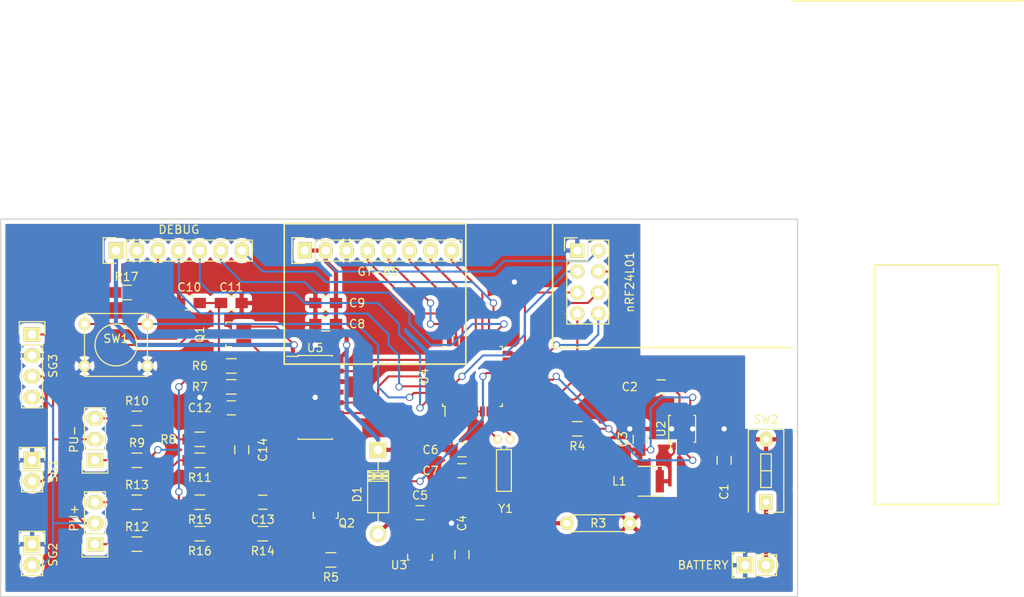
<source format=kicad_pcb>
(kicad_pcb (version 4) (host pcbnew 4.0.2+dfsg1-stable)
  (layers (0 F.Cu signal) (31 B.Cu signal hide) (34 B.Paste user) (35 F.Paste user) (36 B.SilkS user) (37 F.SilkS user) (38 B.Mask user) (39 F.Mask user) (44 Edge.Cuts user))
  (net 0 "")
  (net 1 /Vbat)
  (net 2 GND)
  (net 3 "Net-(C2-Pad1)")
  (net 4 "Net-(C5-Pad1)")
  (net 5 +3V3)
  (net 6 /E+)
  (net 7 "Net-(C12-Pad1)")
  (net 8 "Net-(C13-Pad1)")
  (net 9 "Net-(C13-Pad2)")
  (net 10 "Net-(C14-Pad1)")
  (net 11 "Net-(C14-Pad2)")
  (net 12 "Net-(JP1-Pad1)")
  (net 13 /IN-)
  (net 14 "Net-(JP1-Pad3)")
  (net 15 "Net-(JP2-Pad1)")
  (net 16 /IN+)
  (net 17 "Net-(JP2-Pad3)")
  (net 18 "Net-(P1-Pad2)")
  (net 19 /SWD_RESET)
  (net 20 /SWD_CLK)
  (net 21 /SWD_DIO)
  (net 22 /UART_RX)
  (net 23 /UART_TX)
  (net 24 "Net-(Q1-Pad1)")
  (net 25 /BAT_EN)
  (net 26 "Net-(Q2-Pad3)")
  (net 27 /RUN)
  (net 28 "Net-(R6-Pad2)")
  (net 29 /RF_CE)
  (net 30 /RF_CS)
  (net 31 /SCK)
  (net 32 /MOSI)
  (net 33 /MISO)
  (net 34 /RF_IRQ)
  (net 35 /HX_RATE)
  (net 36 "Net-(U4-Pad7)")
  (net 37 "Net-(U4-Pad8)")
  (net 38 "Net-(U4-Pad11)")
  (net 39 /INT_G)
  (net 40 /INT_A)
  (net 41 "Net-(U4-Pad21)")
  (net 42 /INT_M)
  (net 43 /SCL)
  (net 44 /SDA)
  (net 45 "Net-(U4-Pad25)")
  (net 46 /HX_DATA)
  (net 47 "Net-(U4-Pad27)")
  (net 48 "Net-(U4-Pad28)")
  (net 49 /HX_SCK)
  (net 50 "Net-(U5-Pad13)")
  (net 51 /Vbuck)
  (net 52 /SW)
  (module Capacitors_SMD:C_0805_HandSoldering (layer F.Cu) (at 191.77 120.65 90)
    (fp_text reference C1 (at -3.81 0 90) (layer F.SilkS))
    (fp_text value 22uF)
    (pad 1 smd rect (at -1.25 0 90) (size 1.5 1.25) (layers F.Cu F.Paste F.Mask) (net 1 /Vbat))
    (pad 2 smd rect (at 1.25 0 90) (size 1.5 1.25) (layers F.Cu F.Paste F.Mask) (net 2 GND))
  )
  (module Capacitors_SMD:C_0805_HandSoldering (layer F.Cu) (at 184.15 111.76 180)
    (fp_text reference C2 (at 3.81 0 180) (layer F.SilkS))
    (fp_text value 1uF)
    (pad 1 smd rect (at -1.25 0 180) (size 1.5 1.25) (layers F.Cu F.Paste F.Mask) (net 3 "Net-(C2-Pad1)"))
    (pad 2 smd rect (at 1.25 0 180) (size 1.5 1.25) (layers F.Cu F.Paste F.Mask) (net 2 GND))
  )
  (module Capacitors_SMD:C_0805_HandSoldering (layer F.Cu) (at 181.61 118.11 90)
    (fp_text reference C3 (at 0 -2.1 90) (layer F.SilkS))
    (fp_text value 22uF)
    (pad 1 smd rect (at -1.25 0 90) (size 1.5 1.25) (layers F.Cu F.Paste F.Mask) (net 51 /Vbuck))
    (pad 2 smd rect (at 1.25 0 90) (size 1.5 1.25) (layers F.Cu F.Paste F.Mask) (net 2 GND))
  )
  (module Capacitors_SMD:C_0805_HandSoldering (layer F.Cu) (at 160.02 132.08 90)
    (fp_text reference C4 (at 3.81 0 90) (layer F.SilkS))
    (fp_text value 1uF)
    (pad 1 smd rect (at -1.25 0 90) (size 1.5 1.25) (layers F.Cu F.Paste F.Mask) (net 1 /Vbat))
    (pad 2 smd rect (at 1.25 0 90) (size 1.5 1.25) (layers F.Cu F.Paste F.Mask) (net 2 GND))
  )
  (module Capacitors_SMD:C_0805_HandSoldering (layer F.Cu) (at 154.94 127)
    (fp_text reference C5 (at 0 -2.1) (layer F.SilkS))
    (fp_text value 1uF)
    (pad 1 smd rect (at -1.25 0) (size 1.5 1.25) (layers F.Cu F.Paste F.Mask) (net 4 "Net-(C5-Pad1)"))
    (pad 2 smd rect (at 1.25 0) (size 1.5 1.25) (layers F.Cu F.Paste F.Mask) (net 2 GND))
  )
  (module Capacitors_SMD:C_0805_HandSoldering (layer F.Cu) (at 160.02 119.38)
    (fp_text reference C6 (at -3.81 0) (layer F.SilkS))
    (fp_text value 0.1uF)
    (pad 1 smd rect (at -1.25 0) (size 1.5 1.25) (layers F.Cu F.Paste F.Mask) (net 5 +3V3))
    (pad 2 smd rect (at 1.25 0) (size 1.5 1.25) (layers F.Cu F.Paste F.Mask) (net 2 GND))
  )
  (module Capacitors_SMD:C_0805_HandSoldering (layer F.Cu) (at 160.02 121.92)
    (fp_text reference C7 (at -3.81 0) (layer F.SilkS))
    (fp_text value 10uF)
    (pad 1 smd rect (at -1.25 0) (size 1.5 1.25) (layers F.Cu F.Paste F.Mask) (net 5 +3V3))
    (pad 2 smd rect (at 1.25 0) (size 1.5 1.25) (layers F.Cu F.Paste F.Mask) (net 2 GND))
  )
  (module Capacitors_SMD:C_0805_HandSoldering (layer F.Cu) (at 143.51 104.14 180)
    (fp_text reference C8 (at -3.81 0 180) (layer F.SilkS))
    (fp_text value 0.1uF)
    (pad 1 smd rect (at -1.25 0 180) (size 1.5 1.25) (layers F.Cu F.Paste F.Mask) (net 5 +3V3))
    (pad 2 smd rect (at 1.25 0 180) (size 1.5 1.25) (layers F.Cu F.Paste F.Mask) (net 2 GND))
  )
  (module Capacitors_SMD:C_0805_HandSoldering (layer F.Cu) (at 143.51 101.6 180)
    (fp_text reference C9 (at -3.81 0 180) (layer F.SilkS))
    (fp_text value 10uF)
    (pad 1 smd rect (at -1.25 0 180) (size 1.5 1.25) (layers F.Cu F.Paste F.Mask) (net 5 +3V3))
    (pad 2 smd rect (at 1.25 0 180) (size 1.5 1.25) (layers F.Cu F.Paste F.Mask) (net 2 GND))
  )
  (module Capacitors_SMD:C_0805_HandSoldering (layer F.Cu) (at 127 101.6 180)
    (fp_text reference C10 (at 0 1.905 180) (layer F.SilkS))
    (fp_text value 0.1uF)
    (pad 1 smd rect (at -1.25 0 180) (size 1.5 1.25) (layers F.Cu F.Paste F.Mask) (net 6 /E+))
    (pad 2 smd rect (at 1.25 0 180) (size 1.5 1.25) (layers F.Cu F.Paste F.Mask) (net 2 GND))
  )
  (module Capacitors_SMD:C_0805_HandSoldering (layer F.Cu) (at 132.08 101.6)
    (fp_text reference C11 (at 0 -1.905) (layer F.SilkS))
    (fp_text value 10uF)
    (pad 1 smd rect (at -1.25 0) (size 1.5 1.25) (layers F.Cu F.Paste F.Mask) (net 6 /E+))
    (pad 2 smd rect (at 1.25 0) (size 1.5 1.25) (layers F.Cu F.Paste F.Mask) (net 2 GND))
  )
  (module Capacitors_SMD:C_0805_HandSoldering (layer F.Cu) (at 132.08 114.3 180)
    (fp_text reference C12 (at 3.81 0 180) (layer F.SilkS))
    (fp_text value 0.1uF)
    (pad 1 smd rect (at -1.25 0 180) (size 1.5 1.25) (layers F.Cu F.Paste F.Mask) (net 7 "Net-(C12-Pad1)"))
    (pad 2 smd rect (at 1.25 0 180) (size 1.5 1.25) (layers F.Cu F.Paste F.Mask) (net 2 GND))
  )
  (module Capacitors_SMD:C_0805_HandSoldering (layer F.Cu) (at 135.89 125.73 180)
    (fp_text reference C13 (at 0 -2.1 180) (layer F.SilkS))
    (fp_text value 0.1uF)
    (pad 1 smd rect (at -1.25 0 180) (size 1.5 1.25) (layers F.Cu F.Paste F.Mask) (net 8 "Net-(C13-Pad1)"))
    (pad 2 smd rect (at 1.25 0 180) (size 1.5 1.25) (layers F.Cu F.Paste F.Mask) (net 9 "Net-(C13-Pad2)"))
  )
  (module Capacitors_SMD:C_0805_HandSoldering (layer F.Cu) (at 133.35 119.38 90)
    (fp_text reference C14 (at 0 2.54 90) (layer F.SilkS))
    (fp_text value 0.1uF)
    (pad 1 smd rect (at -1.25 0 90) (size 1.5 1.25) (layers F.Cu F.Paste F.Mask) (net 10 "Net-(C14-Pad1)"))
    (pad 2 smd rect (at 1.25 0 90) (size 1.5 1.25) (layers F.Cu F.Paste F.Mask) (net 11 "Net-(C14-Pad2)"))
  )
  (module Diodes_ThroughHole:Diode_DO-41_SOD81_Horizontal_RM10 (layer F.Cu) (at 149.86 119.38 270)
    (fp_text reference D1 (at 5.38734 2.53746 270) (layer F.SilkS))
    (fp_text value 1n4001)
    (pad 2 thru_hole circle (at 10.16 -0.00254 90) (size 1.99898 1.99898) (drill 1.27) (layers *.Cu *.Mask F.SilkS) (net 4 "Net-(C5-Pad1)"))
    (pad 1 thru_hole rect (at 0 -0.00254 90) (size 1.99898 1.99898) (drill 1.00076) (layers *.Cu *.Mask F.SilkS) (net 5 +3V3))
  )
  (module Pin_Headers:Pin_Header_Straight_1x03 (layer F.Cu) (at 115.57 120.65 180)
    (fp_text reference JP1 (at 0 -5.1 180) (layer F.SilkS))
    (fp_text value PU- (at 2.54 2.54 270) (layer F.SilkS))
    (pad 1 thru_hole rect (at 0 0 180) (size 2.032 1.7272) (drill 1.016) (layers *.Cu *.Mask F.SilkS) (net 12 "Net-(JP1-Pad1)"))
    (pad 2 thru_hole oval (at 0 2.54 180) (size 2.032 1.7272) (drill 1.016) (layers *.Cu *.Mask F.SilkS) (net 13 /IN-))
    (pad 3 thru_hole oval (at 0 5.08 180) (size 2.032 1.7272) (drill 1.016) (layers *.Cu *.Mask F.SilkS) (net 14 "Net-(JP1-Pad3)"))
  )
  (module Pin_Headers:Pin_Header_Straight_1x03 (layer F.Cu) (at 115.57 130.81 180)
    (fp_text reference JP2 hide)
    (fp_text value PU+ (at 2.54 3.175 270) (layer F.SilkS))
    (pad 1 thru_hole rect (at 0 0 180) (size 2.032 1.7272) (drill 1.016) (layers *.Cu *.Mask F.SilkS) (net 15 "Net-(JP2-Pad1)"))
    (pad 2 thru_hole oval (at 0 2.54 180) (size 2.032 1.7272) (drill 1.016) (layers *.Cu *.Mask F.SilkS) (net 16 /IN+))
    (pad 3 thru_hole oval (at 0 5.08 180) (size 2.032 1.7272) (drill 1.016) (layers *.Cu *.Mask F.SilkS) (net 17 "Net-(JP2-Pad3)"))
  )
  (module Inductors_NEOSID:Neosid_Inductor_SMS-ME3015 (layer F.Cu) (at 182.88 123.19)
    (fp_text reference L1 (at -3.81 0) (layer F.SilkS))
    (fp_text value 4.7uH)
    (pad 1 smd rect (at -1.09982 0) (size 1.00076 2.70002) (layers F.Cu F.Paste F.Mask) (net 51 /Vbuck))
    (pad 2 smd rect (at 1.09982 0) (size 1.00076 2.70002) (layers F.Cu F.Paste F.Mask) (net 52 /SW))
  )
  (module Pin_Headers:Pin_Header_Straight_1x02 (layer F.Cu) (at 194.31 133.35 90)
    (fp_text reference P1 hide)
    (fp_text value BATTERY (at 0 -5.08 180) (layer F.SilkS))
    (pad 1 thru_hole rect (at 0 0 90) (size 2.032 2.032) (drill 1.016) (layers *.Cu *.Mask F.SilkS) (net 2 GND))
    (pad 2 thru_hole oval (at 0 2.54 90) (size 2.032 2.032) (drill 1.016) (layers *.Cu *.Mask F.SilkS) (net 18 "Net-(P1-Pad2)"))
  )
  (module Pin_Headers:Pin_Header_Straight_1x02 (layer F.Cu) (at 107.95 120.65)
    (fp_text reference P2 hide)
    (fp_text value SG1 (at 2.54 1.27 90) (layer F.SilkS))
    (pad 1 thru_hole rect (at 0 0) (size 2.032 2.032) (drill 1.016) (layers *.Cu *.Mask F.SilkS) (net 2 GND))
    (pad 2 thru_hole oval (at 0 2.54) (size 2.032 2.032) (drill 1.016) (layers *.Cu *.Mask F.SilkS) (net 13 /IN-))
  )
  (module Pin_Headers:Pin_Header_Straight_1x02 (layer F.Cu) (at 107.95 130.81)
    (fp_text reference P3 hide)
    (fp_text value SG2 (at 2.54 1.27 90) (layer F.SilkS))
    (pad 1 thru_hole rect (at 0 0) (size 2.032 2.032) (drill 1.016) (layers *.Cu *.Mask F.SilkS) (net 2 GND))
    (pad 2 thru_hole oval (at 0 2.54) (size 2.032 2.032) (drill 1.016) (layers *.Cu *.Mask F.SilkS) (net 16 /IN+))
  )
  (module Pin_Headers:Pin_Header_Straight_1x07 (layer F.Cu) (at 118.11 95.25 90)
    (fp_text reference P4 hide)
    (fp_text value DEBUG (at 2.54 7.62 180) (layer F.SilkS))
    (pad 1 thru_hole rect (at 0 0 90) (size 2.032 1.7272) (drill 1.016) (layers *.Cu *.Mask F.SilkS) (net 5 +3V3))
    (pad 2 thru_hole oval (at 0 2.54 90) (size 2.032 1.7272) (drill 1.016) (layers *.Cu *.Mask F.SilkS) (net 2 GND))
    (pad 3 thru_hole oval (at 0 5.08 90) (size 2.032 1.7272) (drill 1.016) (layers *.Cu *.Mask F.SilkS) (net 19 /SWD_RESET))
    (pad 4 thru_hole oval (at 0 7.62 90) (size 2.032 1.7272) (drill 1.016) (layers *.Cu *.Mask F.SilkS) (net 20 /SWD_CLK))
    (pad 5 thru_hole oval (at 0 10.16 90) (size 2.032 1.7272) (drill 1.016) (layers *.Cu *.Mask F.SilkS) (net 21 /SWD_DIO))
    (pad 6 thru_hole oval (at 0 12.7 90) (size 2.032 1.7272) (drill 1.016) (layers *.Cu *.Mask F.SilkS) (net 22 /UART_RX))
    (pad 7 thru_hole oval (at 0 15.24 90) (size 2.032 1.7272) (drill 1.016) (layers *.Cu *.Mask F.SilkS) (net 23 /UART_TX))
  )
  (module Pin_Headers:Pin_Header_Straight_1x04 (layer F.Cu) (at 107.95 105.41)
    (fp_text reference P5 hide)
    (fp_text value SG3 (at 2.54 3.81 90) (layer F.SilkS))
    (pad 1 thru_hole rect (at 0 0) (size 2.032 1.7272) (drill 1.016) (layers *.Cu *.Mask F.SilkS) (net 6 /E+))
    (pad 2 thru_hole oval (at 0 2.54) (size 2.032 1.7272) (drill 1.016) (layers *.Cu *.Mask F.SilkS) (net 2 GND))
    (pad 3 thru_hole oval (at 0 5.08) (size 2.032 1.7272) (drill 1.016) (layers *.Cu *.Mask F.SilkS) (net 13 /IN-))
    (pad 4 thru_hole oval (at 0 7.62) (size 2.032 1.7272) (drill 1.016) (layers *.Cu *.Mask F.SilkS) (net 16 /IN+))
  )
  (module Housings_SOT-23_SOT-143_TSOT-6:SOT-23_Handsoldering (layer F.Cu) (at 132.08 105.41 90)
    (fp_text reference Q1 (at 0 -3.81 90) (layer F.SilkS))
    (fp_text value MMBT4403)
    (pad 1 smd rect (at -0.95 1.50114 90) (size 0.8001 1.80086) (layers F.Cu F.Paste F.Mask) (net 24 "Net-(Q1-Pad1)"))
    (pad 2 smd rect (at 0.95 1.50114 90) (size 0.8001 1.80086) (layers F.Cu F.Paste F.Mask) (net 5 +3V3))
    (pad 3 smd rect (at 0 -1.50114 90) (size 0.8001 1.80086) (layers F.Cu F.Paste F.Mask) (net 6 /E+))
  )
  (module Housings_SOT-23_SOT-143_TSOT-6:SOT-23_Handsoldering (layer F.Cu) (at 143.51 127 180)
    (fp_text reference Q2 (at -2.54 -1.27 180) (layer F.SilkS))
    (fp_text value TMS2302CX)
    (pad 1 smd rect (at -0.95 1.50114 180) (size 0.8001 1.80086) (layers F.Cu F.Paste F.Mask) (net 25 /BAT_EN))
    (pad 2 smd rect (at 0.95 1.50114 180) (size 0.8001 1.80086) (layers F.Cu F.Paste F.Mask) (net 8 "Net-(C13-Pad1)"))
    (pad 3 smd rect (at 0 -1.50114 180) (size 0.8001 1.80086) (layers F.Cu F.Paste F.Mask) (net 26 "Net-(Q2-Pad3)"))
  )
  (module Discret:R3-LARGE_PADS (layer F.Cu) (at 176.53 128.27)
    (fp_text reference R3 (at 0 0) (layer F.SilkS))
    (fp_text value 0)
    (pad 1 thru_hole circle (at -3.81 0) (size 1.651 1.651) (drill 0.8128) (layers *.Cu *.Mask F.SilkS) (net 5 +3V3))
    (pad 2 thru_hole circle (at 3.81 0) (size 1.651 1.651) (drill 0.8128) (layers *.Cu *.Mask F.SilkS) (net 51 /Vbuck))
  )
  (module Resistors_SMD:R_0805_HandSoldering (layer F.Cu) (at 173.99 116.84 180)
    (fp_text reference R4 (at 0 -2.1 180) (layer F.SilkS))
    (fp_text value 1M)
    (pad 1 smd rect (at -1.35 0 180) (size 1.5 1.3) (layers F.Cu F.Paste F.Mask) (net 27 /RUN))
    (pad 2 smd rect (at 1.35 0 180) (size 1.5 1.3) (layers F.Cu F.Paste F.Mask) (net 2 GND))
  )
  (module Resistors_SMD:R_0805_HandSoldering (layer F.Cu) (at 144.145 132.715 180)
    (fp_text reference R5 (at 0 -2.1 180) (layer F.SilkS))
    (fp_text value 2M)
    (pad 1 smd rect (at -1.35 0 180) (size 1.5 1.3) (layers F.Cu F.Paste F.Mask) (net 1 /Vbat))
    (pad 2 smd rect (at 1.35 0 180) (size 1.5 1.3) (layers F.Cu F.Paste F.Mask) (net 26 "Net-(Q2-Pad3)"))
  )
  (module Resistors_SMD:R_0805_HandSoldering (layer F.Cu) (at 132.08 109.22)
    (fp_text reference R6 (at -3.81 0) (layer F.SilkS))
    (fp_text value 14k)
    (pad 1 smd rect (at -1.35 0) (size 1.5 1.3) (layers F.Cu F.Paste F.Mask) (net 6 /E+))
    (pad 2 smd rect (at 1.35 0) (size 1.5 1.3) (layers F.Cu F.Paste F.Mask) (net 28 "Net-(R6-Pad2)"))
  )
  (module Resistors_SMD:R_0805_HandSoldering (layer F.Cu) (at 132.08 111.76 180)
    (fp_text reference R7 (at 3.81 0 180) (layer F.SilkS))
    (fp_text value 10k)
    (pad 1 smd rect (at -1.35 0 180) (size 1.5 1.3) (layers F.Cu F.Paste F.Mask) (net 28 "Net-(R6-Pad2)"))
    (pad 2 smd rect (at 1.35 0 180) (size 1.5 1.3) (layers F.Cu F.Paste F.Mask) (net 2 GND))
  )
  (module Resistors_SMD:R_0805_HandSoldering (layer F.Cu) (at 128.27 118.11 180)
    (fp_text reference R8 (at 3.81 0 180) (layer F.SilkS))
    (fp_text value 150)
    (pad 1 smd rect (at -1.35 0 180) (size 1.5 1.3) (layers F.Cu F.Paste F.Mask) (net 11 "Net-(C14-Pad2)"))
    (pad 2 smd rect (at 1.35 0 180) (size 1.5 1.3) (layers F.Cu F.Paste F.Mask) (net 13 /IN-))
  )
  (module Resistors_SMD:R_0805_HandSoldering (layer F.Cu) (at 120.65 120.65)
    (fp_text reference R9 (at 0 -2.1) (layer F.SilkS))
    (fp_text value 150)
    (pad 1 smd rect (at -1.35 0) (size 1.5 1.3) (layers F.Cu F.Paste F.Mask) (net 12 "Net-(JP1-Pad1)"))
    (pad 2 smd rect (at 1.35 0) (size 1.5 1.3) (layers F.Cu F.Paste F.Mask) (net 6 /E+))
  )
  (module Resistors_SMD:R_0805_HandSoldering (layer F.Cu) (at 120.65 115.57)
    (fp_text reference R10 (at 0 -2.1) (layer F.SilkS))
    (fp_text value 150)
    (pad 1 smd rect (at -1.35 0) (size 1.5 1.3) (layers F.Cu F.Paste F.Mask) (net 14 "Net-(JP1-Pad3)"))
    (pad 2 smd rect (at 1.35 0) (size 1.5 1.3) (layers F.Cu F.Paste F.Mask) (net 12 "Net-(JP1-Pad1)"))
  )
  (module Resistors_SMD:R_0805_HandSoldering (layer F.Cu) (at 128.27 120.65 180)
    (fp_text reference R11 (at 0 -2.1 180) (layer F.SilkS))
    (fp_text value 150)
    (pad 1 smd rect (at -1.35 0 180) (size 1.5 1.3) (layers F.Cu F.Paste F.Mask) (net 10 "Net-(C14-Pad1)"))
    (pad 2 smd rect (at 1.35 0 180) (size 1.5 1.3) (layers F.Cu F.Paste F.Mask) (net 16 /IN+))
  )
  (module Resistors_SMD:R_0805_HandSoldering (layer F.Cu) (at 120.65 130.81)
    (fp_text reference R12 (at 0 -2.1) (layer F.SilkS))
    (fp_text value 150)
    (pad 1 smd rect (at -1.35 0) (size 1.5 1.3) (layers F.Cu F.Paste F.Mask) (net 15 "Net-(JP2-Pad1)"))
    (pad 2 smd rect (at 1.35 0) (size 1.5 1.3) (layers F.Cu F.Paste F.Mask) (net 6 /E+))
  )
  (module Resistors_SMD:R_0805_HandSoldering (layer F.Cu) (at 120.65 125.73)
    (fp_text reference R13 (at 0 -2.1) (layer F.SilkS))
    (fp_text value 150)
    (pad 1 smd rect (at -1.35 0) (size 1.5 1.3) (layers F.Cu F.Paste F.Mask) (net 17 "Net-(JP2-Pad3)"))
    (pad 2 smd rect (at 1.35 0) (size 1.5 1.3) (layers F.Cu F.Paste F.Mask) (net 15 "Net-(JP2-Pad1)"))
  )
  (module Resistors_SMD:R_0805_HandSoldering (layer F.Cu) (at 135.89 129.54 180)
    (fp_text reference R14 (at 0 -2.1 180) (layer F.SilkS))
    (fp_text value 10k)
    (pad 1 smd rect (at -1.35 0 180) (size 1.5 1.3) (layers F.Cu F.Paste F.Mask) (net 8 "Net-(C13-Pad1)"))
    (pad 2 smd rect (at 1.35 0 180) (size 1.5 1.3) (layers F.Cu F.Paste F.Mask) (net 9 "Net-(C13-Pad2)"))
  )
  (module Resistors_SMD:R_0805_HandSoldering (layer F.Cu) (at 128.27 125.73 180)
    (fp_text reference R15 (at 0 -2.1 180) (layer F.SilkS))
    (fp_text value 10k)
    (pad 1 smd rect (at -1.35 0 180) (size 1.5 1.3) (layers F.Cu F.Paste F.Mask) (net 9 "Net-(C13-Pad2)"))
    (pad 2 smd rect (at 1.35 0 180) (size 1.5 1.3) (layers F.Cu F.Paste F.Mask) (net 6 /E+))
  )
  (module Resistors_SMD:R_0805_HandSoldering (layer F.Cu) (at 128.27 129.54 180)
    (fp_text reference R16 (at 0 -2.1 180) (layer F.SilkS))
    (fp_text value 10k)
    (pad 1 smd rect (at -1.35 0 180) (size 1.5 1.3) (layers F.Cu F.Paste F.Mask) (net 9 "Net-(C13-Pad2)"))
    (pad 2 smd rect (at 1.35 0 180) (size 1.5 1.3) (layers F.Cu F.Paste F.Mask) (net 2 GND))
  )
  (module Resistors_SMD:R_0805_HandSoldering (layer F.Cu) (at 119.38 100.33)
    (fp_text reference R17 (at 0 -1.905) (layer F.SilkS))
    (fp_text value 10k)
    (pad 1 smd rect (at -1.35 0) (size 1.5 1.3) (layers F.Cu F.Paste F.Mask) (net 5 +3V3))
    (pad 2 smd rect (at 1.35 0) (size 1.5 1.3) (layers F.Cu F.Paste F.Mask) (net 19 /SWD_RESET))
  )
  (module Buttons_Switches_ThroughHole:SW_PUSH_SMALL (layer F.Cu) (at 118.11 106.68)
    (fp_text reference SW1 (at 0 -0.762) (layer F.SilkS))
    (fp_text value RESET)
    (pad 1 thru_hole circle (at 3.81 -2.54) (size 1.397 1.397) (drill 0.8128) (layers *.Cu *.Mask F.SilkS) (net 19 /SWD_RESET))
    (pad 2 thru_hole circle (at 3.81 2.54) (size 1.397 1.397) (drill 0.8128) (layers *.Cu *.Mask F.SilkS) (net 2 GND))
    (pad 1 thru_hole circle (at -3.81 -2.54) (size 1.397 1.397) (drill 0.8128) (layers *.Cu *.Mask F.SilkS) (net 19 /SWD_RESET))
    (pad 2 thru_hole circle (at -3.81 2.54) (size 1.397 1.397) (drill 0.8128) (layers *.Cu *.Mask F.SilkS) (net 2 GND))
  )
  (module Buttons_Switches_ThroughHole:SW_DIP_x1_Slide (layer F.Cu) (at 196.85 125.73)
    (fp_text reference SW2 (at 0 -10) (layer F.SilkS))
    (fp_text value POWER)
    (pad 1 thru_hole rect (at 0 0) (size 1.524 1.824) (drill 0.762) (layers *.Cu *.Mask F.SilkS) (net 18 "Net-(P1-Pad2)"))
    (pad 2 thru_hole oval (at 0 -7.62) (size 1.524 1.824) (drill 0.762) (layers *.Cu *.Mask F.SilkS) (net 1 /Vbat))
  )
  (module Housings_SSOP:MSOP-8-1EP_3x3mm_Pitch0.65mm (layer F.Cu) (at 186.69 116.84 90)
    (fp_text reference U2 (at 0 -2.55 90) (layer F.SilkS))
    (fp_text value LTC3621)
    (pad 1 smd rect (at -2.105 -0.975 90) (size 0.89 0.42) (layers F.Cu F.Paste F.Mask) (net 52 /SW))
    (pad 2 smd rect (at -2.105 -0.325 90) (size 0.89 0.42) (layers F.Cu F.Paste F.Mask) (net 1 /Vbat))
    (pad 3 smd rect (at -2.105 0.325 90) (size 0.89 0.42) (layers F.Cu F.Paste F.Mask) (net 27 /RUN))
    (pad 4 smd rect (at -2.105 0.975 90) (size 0.89 0.42) (layers F.Cu F.Paste F.Mask) (net 2 GND))
    (pad 5 smd rect (at 2.105 0.975 90) (size 0.89 0.42) (layers F.Cu F.Paste F.Mask) (net 51 /Vbuck))
    (pad 6 smd rect (at 2.105 0.325 90) (size 0.89 0.42) (layers F.Cu F.Paste F.Mask) (net 3 "Net-(C2-Pad1)"))
    (pad 7 smd rect (at 2.105 -0.325 90) (size 0.89 0.42) (layers F.Cu F.Paste F.Mask) (net 3 "Net-(C2-Pad1)"))
    (pad 8 smd rect (at 2.105 -0.975 90) (size 0.89 0.42) (layers F.Cu F.Paste F.Mask) (net 2 GND))
    (pad 9 smd rect (at 0.42 0.47 90) (size 0.84 0.94) (layers F.Cu F.Paste F.Mask) (net 2 GND))
    (pad 9 smd rect (at 0.42 -0.47 90) (size 0.84 0.94) (layers F.Cu F.Paste F.Mask) (net 2 GND))
    (pad 9 smd rect (at -0.42 0.47 90) (size 0.84 0.94) (layers F.Cu F.Paste F.Mask) (net 2 GND))
    (pad 9 smd rect (at -0.42 -0.47 90) (size 0.84 0.94) (layers F.Cu F.Paste F.Mask) (net 2 GND))
  )
  (module Housings_SOT-23_SOT-143_TSOT-6:SOT-23_Handsoldering (layer F.Cu) (at 154.94 132.08 180)
    (fp_text reference U3 (at 2.54 -1.27 180) (layer F.SilkS))
    (fp_text value MCP1702)
    (pad 1 smd rect (at -0.95 1.50114 180) (size 0.8001 1.80086) (layers F.Cu F.Paste F.Mask) (net 2 GND))
    (pad 2 smd rect (at 0.95 1.50114 180) (size 0.8001 1.80086) (layers F.Cu F.Paste F.Mask) (net 4 "Net-(C5-Pad1)"))
    (pad 3 smd rect (at 0 -1.50114 180) (size 0.8001 1.80086) (layers F.Cu F.Paste F.Mask) (net 1 /Vbat))
  )
  (module Housings_SOIC:SOIC-16_3.9x9.9mm_Pitch1.27mm (layer F.Cu) (at 142.24 113.03)
    (fp_text reference U5 (at 0 -6) (layer F.SilkS))
    (fp_text value HX711)
    (pad 1 smd rect (at -2.7 -4.445) (size 1.5 0.6) (layers F.Cu F.Paste F.Mask) (net 5 +3V3))
    (pad 2 smd rect (at -2.7 -3.175) (size 1.5 0.6) (layers F.Cu F.Paste F.Mask) (net 24 "Net-(Q1-Pad1)"))
    (pad 3 smd rect (at -2.7 -1.905) (size 1.5 0.6) (layers F.Cu F.Paste F.Mask) (net 6 /E+))
    (pad 4 smd rect (at -2.7 -0.635) (size 1.5 0.6) (layers F.Cu F.Paste F.Mask) (net 28 "Net-(R6-Pad2)"))
    (pad 5 smd rect (at -2.7 0.635) (size 1.5 0.6) (layers F.Cu F.Paste F.Mask) (net 2 GND))
    (pad 6 smd rect (at -2.7 1.905) (size 1.5 0.6) (layers F.Cu F.Paste F.Mask) (net 7 "Net-(C12-Pad1)"))
    (pad 7 smd rect (at -2.7 3.175) (size 1.5 0.6) (layers F.Cu F.Paste F.Mask) (net 11 "Net-(C14-Pad2)"))
    (pad 8 smd rect (at -2.7 4.445) (size 1.5 0.6) (layers F.Cu F.Paste F.Mask) (net 10 "Net-(C14-Pad1)"))
    (pad 9 smd rect (at 2.7 4.445) (size 1.5 0.6) (layers F.Cu F.Paste F.Mask) (net 9 "Net-(C13-Pad2)"))
    (pad 10 smd rect (at 2.7 3.175) (size 1.5 0.6) (layers F.Cu F.Paste F.Mask) (net 8 "Net-(C13-Pad1)"))
    (pad 11 smd rect (at 2.7 1.905) (size 1.5 0.6) (layers F.Cu F.Paste F.Mask) (net 49 /HX_SCK))
    (pad 12 smd rect (at 2.7 0.635) (size 1.5 0.6) (layers F.Cu F.Paste F.Mask) (net 46 /HX_DATA))
    (pad 13 smd rect (at 2.7 -0.635) (size 1.5 0.6) (layers F.Cu F.Paste F.Mask) (net 50 "Net-(U5-Pad13)"))
    (pad 14 smd rect (at 2.7 -1.905) (size 1.5 0.6) (layers F.Cu F.Paste F.Mask) (net 2 GND))
    (pad 15 smd rect (at 2.7 -3.175) (size 1.5 0.6) (layers F.Cu F.Paste F.Mask) (net 35 /HX_RATE))
    (pad 16 smd rect (at 2.7 -4.445) (size 1.5 0.6) (layers F.Cu F.Paste F.Mask) (net 5 +3V3))
  )
  (module Socket_Strips:Socket_Strip_Straight_1x08 (layer F.Cu) (at 140.97 95.25)
    (fp_text reference U6 hide)
    (fp_text value GY-85 (at 8.89 2.54) (layer F.SilkS))
    (pad 1 thru_hole rect (at 0 0) (size 1.7272 2.032) (drill 1.016) (layers *.Cu *.Mask F.SilkS) (net 5 +3V3))
    (pad 2 thru_hole oval (at 2.54 0) (size 1.7272 2.032) (drill 1.016) (layers *.Cu *.Mask F.SilkS) (net 5 +3V3))
    (pad 3 thru_hole oval (at 5.08 0) (size 1.7272 2.032) (drill 1.016) (layers *.Cu *.Mask F.SilkS) (net 2 GND))
    (pad 4 thru_hole oval (at 7.62 0) (size 1.7272 2.032) (drill 1.016) (layers *.Cu *.Mask F.SilkS) (net 43 /SCL))
    (pad 5 thru_hole oval (at 10.16 0) (size 1.7272 2.032) (drill 1.016) (layers *.Cu *.Mask F.SilkS) (net 44 /SDA))
    (pad 6 thru_hole oval (at 12.7 0) (size 1.7272 2.032) (drill 1.016) (layers *.Cu *.Mask F.SilkS) (net 42 /INT_M))
    (pad 7 thru_hole oval (at 15.24 0) (size 1.7272 2.032) (drill 1.016) (layers *.Cu *.Mask F.SilkS) (net 40 /INT_A))
    (pad 8 thru_hole oval (at 17.78 0) (size 1.7272 2.032) (drill 1.016) (layers *.Cu *.Mask F.SilkS) (net 39 /INT_G))
  )
  (module Crystals:Crystal_Round_Horizontal_2mm (layer F.Cu) (at 165.1 118.11 180)
    (fp_text reference Y1 (at -0.20066 -8.39978 180) (layer F.SilkS))
    (fp_text value 32.768kHz)
    (pad 1 thru_hole circle (at -0.7493 0 180) (size 1.00076 1.00076) (drill 0.59944) (layers *.Cu *.Mask F.SilkS) (net 37 "Net-(U4-Pad8)"))
    (pad 2 thru_hole circle (at 0.7493 0 180) (size 1.00076 1.00076) (drill 0.59944) (layers *.Cu *.Mask F.SilkS) (net 36 "Net-(U4-Pad7)"))
  )
  (module Housings_QFP:LQFP-32_7x7mm_Pitch0.8mm (layer F.Cu) (at 161.29 110.49 90)
    (fp_text reference U4 (at 0 -5.85 90) (layer F.SilkS))
    (fp_text value MKL05Z32VLC4)
    (pad 1 smd rect (at -4.25 -2.8 90) (size 1.2 0.6) (layers F.Cu F.Paste F.Mask) (net 49 /HX_SCK))
    (pad 2 smd rect (at -4.25 -2 90) (size 1.2 0.6) (layers F.Cu F.Paste F.Mask) (net 29 /RF_CE))
    (pad 3 smd rect (at -4.25 -1.2 90) (size 1.2 0.6) (layers F.Cu F.Paste F.Mask) (net 5 +3V3))
    (pad 4 smd rect (at -4.25 -0.4 90) (size 1.2 0.6) (layers F.Cu F.Paste F.Mask) (net 5 +3V3))
    (pad 5 smd rect (at -4.25 0.4 90) (size 1.2 0.6) (layers F.Cu F.Paste F.Mask) (net 2 GND))
    (pad 6 smd rect (at -4.25 1.2 90) (size 1.2 0.6) (layers F.Cu F.Paste F.Mask) (net 2 GND))
    (pad 7 smd rect (at -4.25 2 90) (size 1.2 0.6) (layers F.Cu F.Paste F.Mask) (net 36 "Net-(U4-Pad7)"))
    (pad 8 smd rect (at -4.25 2.8 90) (size 1.2 0.6) (layers F.Cu F.Paste F.Mask) (net 37 "Net-(U4-Pad8)"))
    (pad 9 smd rect (at -2.8 4.25 180) (size 1.2 0.6) (layers F.Cu F.Paste F.Mask) (net 30 /RF_CS))
    (pad 10 smd rect (at -2 4.25 180) (size 1.2 0.6) (layers F.Cu F.Paste F.Mask) (net 33 /MISO))
    (pad 11 smd rect (at -1.2 4.25 180) (size 1.2 0.6) (layers F.Cu F.Paste F.Mask) (net 38 "Net-(U4-Pad11)"))
    (pad 12 smd rect (at -0.4 4.25 180) (size 1.2 0.6) (layers F.Cu F.Paste F.Mask) (net 27 /RUN))
    (pad 13 smd rect (at 0.4 4.25 180) (size 1.2 0.6) (layers F.Cu F.Paste F.Mask) (net 25 /BAT_EN))
    (pad 14 smd rect (at 1.2 4.25 180) (size 1.2 0.6) (layers F.Cu F.Paste F.Mask) (net 34 /RF_IRQ))
    (pad 15 smd rect (at 2 4.25 180) (size 1.2 0.6) (layers F.Cu F.Paste F.Mask) (net 32 /MOSI))
    (pad 16 smd rect (at 2.8 4.25 180) (size 1.2 0.6) (layers F.Cu F.Paste F.Mask) (net 31 /SCK))
    (pad 17 smd rect (at 4.25 2.8 90) (size 1.2 0.6) (layers F.Cu F.Paste F.Mask) (net 22 /UART_RX))
    (pad 18 smd rect (at 4.25 2 90) (size 1.2 0.6) (layers F.Cu F.Paste F.Mask) (net 23 /UART_TX))
    (pad 19 smd rect (at 4.25 1.2 90) (size 1.2 0.6) (layers F.Cu F.Paste F.Mask) (net 39 /INT_G))
    (pad 20 smd rect (at 4.25 0.4 90) (size 1.2 0.6) (layers F.Cu F.Paste F.Mask) (net 40 /INT_A))
    (pad 21 smd rect (at 4.25 -0.4 90) (size 1.2 0.6) (layers F.Cu F.Paste F.Mask) (net 41 "Net-(U4-Pad21)"))
    (pad 22 smd rect (at 4.25 -1.2 90) (size 1.2 0.6) (layers F.Cu F.Paste F.Mask) (net 42 /INT_M))
    (pad 23 smd rect (at 4.25 -2 90) (size 1.2 0.6) (layers F.Cu F.Paste F.Mask) (net 43 /SCL))
    (pad 24 smd rect (at 4.25 -2.8 90) (size 1.2 0.6) (layers F.Cu F.Paste F.Mask) (net 44 /SDA))
    (pad 25 smd rect (at 2.8 -4.25 180) (size 1.2 0.6) (layers F.Cu F.Paste F.Mask) (net 45 "Net-(U4-Pad25)"))
    (pad 26 smd rect (at 2 -4.25 180) (size 1.2 0.6) (layers F.Cu F.Paste F.Mask) (net 35 /HX_RATE))
    (pad 27 smd rect (at 1.2 -4.25 180) (size 1.2 0.6) (layers F.Cu F.Paste F.Mask) (net 47 "Net-(U4-Pad27)"))
    (pad 28 smd rect (at 0.4 -4.25 180) (size 1.2 0.6) (layers F.Cu F.Paste F.Mask) (net 48 "Net-(U4-Pad28)"))
    (pad 29 smd rect (at -0.4 -4.25 180) (size 1.2 0.6) (layers F.Cu F.Paste F.Mask) (net 46 /HX_DATA))
    (pad 30 smd rect (at -1.2 -4.25 180) (size 1.2 0.6) (layers F.Cu F.Paste F.Mask) (net 20 /SWD_CLK))
    (pad 31 smd rect (at -2 -4.25 180) (size 1.2 0.6) (layers F.Cu F.Paste F.Mask) (net 19 /SWD_RESET))
    (pad 32 smd rect (at -2.8 -4.25 180) (size 1.2 0.6) (layers F.Cu F.Paste F.Mask) (net 21 /SWD_DIO))
  )
  (module Pin_Headers:Pin_Header_Straight_2x04 (layer F.Cu) (at 173.99 95.25)
    (fp_text reference U1 hide)
    (fp_text value nRF24L01 (at 6.35 3.81 90) (layer F.SilkS))
    (pad 1 thru_hole rect (at 0 0) (size 1.7272 1.7272) (drill 1.016) (layers *.Cu *.Mask F.SilkS) (net 2 GND))
    (pad 2 thru_hole oval (at 2.54 0) (size 1.7272 1.7272) (drill 1.016) (layers *.Cu *.Mask F.SilkS) (net 5 +3V3))
    (pad 3 thru_hole oval (at 0 2.54) (size 1.7272 1.7272) (drill 1.016) (layers *.Cu *.Mask F.SilkS) (net 29 /RF_CE))
    (pad 4 thru_hole oval (at 2.54 2.54) (size 1.7272 1.7272) (drill 1.016) (layers *.Cu *.Mask F.SilkS) (net 30 /RF_CS))
    (pad 5 thru_hole oval (at 0 5.08) (size 1.7272 1.7272) (drill 1.016) (layers *.Cu *.Mask F.SilkS) (net 31 /SCK))
    (pad 6 thru_hole oval (at 2.54 5.08) (size 1.7272 1.7272) (drill 1.016) (layers *.Cu *.Mask F.SilkS) (net 32 /MOSI))
    (pad 7 thru_hole oval (at 0 7.62) (size 1.7272 1.7272) (drill 1.016) (layers *.Cu *.Mask F.SilkS) (net 33 /MISO))
    (pad 8 thru_hole oval (at 2.54 7.62) (size 1.7272 1.7272) (drill 1.016) (layers *.Cu *.Mask F.SilkS) (net 34 /RF_IRQ))
  )
  (gr_line (start 200 65) (end 228 65) (angle 90) (layer F.SilkS) (width 0.2))
  (gr_line (start 171 107) (end 200 107) (angle 90) (layer F.SilkS) (width 0.2))
  (gr_line (start 171 107) (end 171 92) (angle 90) (layer F.SilkS) (width 0.2))
  (gr_line (start 210 126) (end 210 97) (angle 90) (layer F.SilkS) (width 0.2))
  (gr_line (start 225 126) (end 210 126) (angle 90) (layer F.SilkS) (width 0.2))
  (gr_line (start 225 97) (end 225 126) (angle 90) (layer F.SilkS) (width 0.2))
  (gr_line (start 210 97) (end 225 97) (angle 90) (layer F.SilkS) (width 0.2))
  (gr_line (start 138.49 109) (end 138.49 92) (angle 90) (layer F.SilkS) (width 0.2))
  (gr_line (start 160.49 109) (end 138.49 109) (angle 90) (layer F.SilkS) (width 0.2))
  (gr_line (start 160.49 92) (end 160.49 109) (angle 90) (layer F.SilkS) (width 0.2))
  (gr_line (start 138.49 92) (end 160.49 92) (angle 90) (layer F.SilkS) (width 0.2))
  (gr_line (start 104.14 137.16) (end 200.66 137.16) (angle 90) (layer Edge.Cuts) (width 0.15))
  (gr_line (start 104.14 91.44) (end 104.14 137.16) (angle 90) (layer Edge.Cuts) (width 0.15))
  (gr_line (start 200.66 91.44) (end 104.14 91.44) (angle 90) (layer Edge.Cuts) (width 0.15))
  (gr_line (start 200.66 137.16) (end 200.66 91.44) (angle 90) (layer Edge.Cuts) (width 0.15))
  (segment (start 189.23 123.19) (end 179.07 133.35) (width 0.254) (layer F.Cu) (net 1))
  (segment (start 175.3 133.35) (end 175.28 133.33) (width 0.254) (layer F.Cu) (net 1))
  (segment (start 179.07 133.35) (end 175.3 133.35) (width 0.254) (layer F.Cu) (net 1))
  (segment (start 191.77 121.9) (end 190.52 121.9) (width 0.254) (layer F.Cu) (net 1))
  (segment (start 190.52 121.9) (end 189.23 123.19) (width 0.254) (layer F.Cu) (net 1))
  (segment (start 154.94 133.58114) (end 148.82114 133.58114) (width 0.254) (layer F.Cu) (net 1))
  (segment (start 147.955 132.715) (end 145.495 132.715) (width 0.254) (layer F.Cu) (net 1))
  (segment (start 148.82114 133.58114) (end 147.955 132.715) (width 0.254) (layer F.Cu) (net 1))
  (segment (start 154.94 133.58114) (end 159.76886 133.58114) (width 0.254) (layer F.Cu) (net 1))
  (segment (start 159.76886 133.58114) (end 160.02 133.33) (width 0.254) (layer F.Cu) (net 1))
  (segment (start 175.28 133.33) (end 160.02 133.33) (width 0.254) (layer F.Cu) (net 1))
  (segment (start 186.365 118.945) (end 186.365 121.595) (width 0.254) (layer F.Cu) (net 1))
  (segment (start 186.67 121.9) (end 191.77 121.9) (width 0.254) (layer F.Cu) (net 1))
  (segment (start 186.365 121.595) (end 186.67 121.9) (width 0.254) (layer F.Cu) (net 1))
  (segment (start 162.49 114.74) (end 162.49 116.275) (width 0.254) (layer F.Cu) (net 2))
  (segment (start 162.49 116.275) (end 161.27 117.495) (width 0.254) (layer F.Cu) (net 2))
  (segment (start 161.27 119.38) (end 161.27 117.495) (width 0.254) (layer F.Cu) (net 2))
  (segment (start 161.69 117.075) (end 161.69 114.74) (width 0.254) (layer F.Cu) (net 2))
  (segment (start 161.27 117.495) (end 161.69 117.075) (width 0.254) (layer F.Cu) (net 2))
  (segment (start 162.49 116.275) (end 161.925 116.84) (width 0.254) (layer F.Cu) (net 2))
  (segment (start 173.99 95.25) (end 170.18 95.25) (width 0.254) (layer F.Cu) (net 2))
  (via (at 166.37 99.06) (size 0.889) (drill 0.635) (layers F.Cu B.Cu) (net 2))
  (segment (start 170.18 95.25) (end 166.37 99.06) (width 0.254) (layer F.Cu) (net 2))
  (segment (start 139.54 113.665) (end 141.605 113.665) (width 0.254) (layer F.Cu) (net 2))
  (via (at 142.24 106.68) (size 0.889) (drill 0.635) (layers F.Cu B.Cu) (net 2))
  (segment (start 142.24 113.03) (end 142.24 106.68) (width 0.254) (layer B.Cu) (net 2))
  (via (at 142.24 113.03) (size 0.889) (drill 0.635) (layers F.Cu B.Cu) (net 2))
  (segment (start 141.605 113.665) (end 142.24 113.03) (width 0.254) (layer F.Cu) (net 2))
  (segment (start 161.69 118.96) (end 161.27 119.38) (width 0.254) (layer F.Cu) (net 2))
  (segment (start 181.61 116.86) (end 180.36 116.86) (width 0.254) (layer F.Cu) (net 2))
  (segment (start 157.48 127) (end 156.19 127) (width 0.254) (layer F.Cu) (net 2))
  (segment (start 158.75 128.27) (end 157.48 127) (width 0.254) (layer F.Cu) (net 2))
  (via (at 158.75 128.27) (size 0.889) (drill 0.635) (layers F.Cu B.Cu) (net 2))
  (via (at 180.34 116.84) (size 0.889) (drill 0.635) (layers F.Cu B.Cu) (net 2))
  (segment (start 180.36 116.86) (end 180.34 116.84) (width 0.254) (layer F.Cu) (net 2))
  (segment (start 130.73 111.76) (end 129.54 111.76) (width 0.254) (layer F.Cu) (net 2))
  (via (at 128.27 113.03) (size 0.889) (drill 0.635) (layers F.Cu B.Cu) (net 2))
  (segment (start 129.54 111.76) (end 128.27 113.03) (width 0.254) (layer F.Cu) (net 2))
  (segment (start 185.715 116.545) (end 185.42 116.84) (width 0.254) (layer F.Cu) (net 2))
  (segment (start 185.715 114.735) (end 185.715 116.545) (width 0.254) (layer F.Cu) (net 2))
  (segment (start 187.665 117.135) (end 187.96 116.84) (width 0.254) (layer F.Cu) (net 2))
  (segment (start 187.665 118.945) (end 187.665 117.135) (width 0.254) (layer F.Cu) (net 2))
  (via (at 185.42 116.84) (size 0.889) (drill 0.635) (layers F.Cu B.Cu) (net 2))
  (via (at 187.96 116.84) (size 0.889) (drill 0.635) (layers F.Cu B.Cu) (net 2))
  (segment (start 185.42 116.84) (end 181.63 116.84) (width 0.254) (layer F.Cu) (net 2))
  (segment (start 181.63 116.84) (end 181.61 116.86) (width 0.254) (layer F.Cu) (net 2))
  (segment (start 186.22 117.26) (end 185.84 117.26) (width 0.254) (layer F.Cu) (net 2))
  (segment (start 185.84 117.26) (end 185.42 116.84) (width 0.254) (layer F.Cu) (net 2))
  (segment (start 185.84 116.42) (end 185.42 116.84) (width 0.254) (layer F.Cu) (net 2))
  (segment (start 186.22 116.42) (end 185.84 116.42) (width 0.254) (layer F.Cu) (net 2))
  (segment (start 187.16 117.26) (end 186.22 117.26) (width 0.254) (layer F.Cu) (net 2))
  (segment (start 186.22 116.42) (end 187.16 116.42) (width 0.254) (layer F.Cu) (net 2))
  (segment (start 187.16 116.42) (end 187.54 116.42) (width 0.254) (layer F.Cu) (net 2))
  (segment (start 187.54 116.42) (end 187.96 116.84) (width 0.254) (layer F.Cu) (net 2))
  (segment (start 191.77 116.84) (end 187.96 116.84) (width 0.254) (layer F.Cu) (net 2))
  (segment (start 187.96 116.84) (end 187.54 117.26) (width 0.254) (layer F.Cu) (net 2))
  (segment (start 187.16 117.26) (end 187.54 117.26) (width 0.254) (layer F.Cu) (net 2))
  (segment (start 191.77 119.4) (end 191.77 116.84) (width 0.254) (layer F.Cu) (net 2))
  (segment (start 194.31 119.38) (end 194.31 133.35) (width 0.254) (layer B.Cu) (net 2))
  (segment (start 191.77 116.84) (end 194.31 119.38) (width 0.254) (layer B.Cu) (net 2))
  (via (at 191.77 116.84) (size 0.889) (drill 0.635) (layers F.Cu B.Cu) (net 2))
  (segment (start 161.69 114.74) (end 162.49 114.74) (width 0.254) (layer F.Cu) (net 2))
  (segment (start 186.365 114.735) (end 186.365 112.725) (width 0.254) (layer F.Cu) (net 3))
  (segment (start 186.365 112.725) (end 185.4 111.76) (width 0.254) (layer F.Cu) (net 3))
  (segment (start 187.015 114.735) (end 186.365 114.735) (width 0.254) (layer F.Cu) (net 3))
  (segment (start 153.69 127) (end 152.40254 127) (width 0.508) (layer F.Cu) (net 4))
  (segment (start 152.40254 127) (end 149.86254 129.54) (width 0.508) (layer F.Cu) (net 4))
  (segment (start 153.99 130.57886) (end 153.99 127.3) (width 0.254) (layer F.Cu) (net 4))
  (segment (start 153.99 127.3) (end 153.69 127) (width 0.254) (layer F.Cu) (net 4))
  (segment (start 163.83 97.79) (end 165.1 96.52) (width 0.254) (layer B.Cu) (net 5))
  (segment (start 165.1 96.52) (end 166.37 96.52) (width 0.254) (layer B.Cu) (net 5))
  (segment (start 139.54 108.585) (end 139.54 106.84) (width 0.508) (layer F.Cu) (net 5))
  (segment (start 121.92 106.68) (end 120.65 106.68) (width 0.508) (layer B.Cu) (net 5))
  (segment (start 118.11 104.14) (end 118.11 95.25) (width 0.508) (layer B.Cu) (net 5))
  (segment (start 120.65 106.68) (end 118.11 104.14) (width 0.508) (layer B.Cu) (net 5))
  (segment (start 139.7 106.68) (end 125.73 106.68) (width 0.508) (layer B.Cu) (net 5))
  (segment (start 125.73 106.68) (end 121.92 106.68) (width 0.508) (layer B.Cu) (net 5))
  (via (at 139.7 106.68) (size 0.889) (drill 0.635) (layers F.Cu B.Cu) (net 5))
  (segment (start 139.54 106.84) (end 139.7 106.68) (width 0.508) (layer F.Cu) (net 5))
  (segment (start 176.53 95.25) (end 175.26 96.52) (width 0.254) (layer B.Cu) (net 5))
  (segment (start 175.26 96.52) (end 166.37 96.52) (width 0.254) (layer B.Cu) (net 5))
  (segment (start 163.83 97.79) (end 144.78 97.79) (width 0.254) (layer B.Cu) (net 5))
  (segment (start 144.78 97.79) (end 143.51 96.52) (width 0.254) (layer B.Cu) (net 5))
  (segment (start 143.51 96.52) (end 143.51 95.25) (width 0.254) (layer B.Cu) (net 5))
  (segment (start 172.72 128.27) (end 162.56 128.27) (width 0.508) (layer F.Cu) (net 5))
  (segment (start 162.56 128.27) (end 158.77 124.48) (width 0.508) (layer F.Cu) (net 5))
  (segment (start 158.77 124.48) (end 158.77 121.92) (width 0.508) (layer F.Cu) (net 5))
  (segment (start 158.77 119.38) (end 149.86254 119.38) (width 0.508) (layer F.Cu) (net 5))
  (segment (start 158.77 119.38) (end 158.77 121.92) (width 0.508) (layer F.Cu) (net 5))
  (segment (start 160.09 114.74) (end 160.09 116.77) (width 0.254) (layer F.Cu) (net 5))
  (segment (start 158.77 118.09) (end 158.77 119.38) (width 0.254) (layer F.Cu) (net 5))
  (segment (start 160.09 116.77) (end 158.77 118.09) (width 0.254) (layer F.Cu) (net 5))
  (segment (start 146.05 106.68) (end 146.05 107.475) (width 0.508) (layer F.Cu) (net 5))
  (segment (start 146.05 107.475) (end 144.94 108.585) (width 0.508) (layer F.Cu) (net 5))
  (segment (start 144.76 104.14) (end 144.78 104.14) (width 0.254) (layer F.Cu) (net 5))
  (segment (start 144.78 104.14) (end 146.05 105.41) (width 0.508) (layer F.Cu) (net 5))
  (segment (start 146.05 105.41) (end 146.05 106.68) (width 0.508) (layer F.Cu) (net 5))
  (via (at 146.05 106.68) (size 0.889) (drill 0.635) (layers F.Cu B.Cu) (net 5))
  (segment (start 149.86254 119.38) (end 149.86254 118.11254) (width 0.508) (layer B.Cu) (net 5))
  (segment (start 149.86254 118.11254) (end 146.05 114.3) (width 0.508) (layer B.Cu) (net 5))
  (segment (start 146.05 114.3) (end 146.05 107.95) (width 0.508) (layer B.Cu) (net 5))
  (segment (start 146.05 107.95) (end 146.05 106.68) (width 0.508) (layer B.Cu) (net 5))
  (segment (start 133.58114 104.46) (end 137.48 104.46) (width 0.254) (layer F.Cu) (net 5))
  (segment (start 139.54 106.52) (end 139.54 108.585) (width 0.254) (layer F.Cu) (net 5))
  (segment (start 137.48 104.46) (end 139.54 106.52) (width 0.254) (layer F.Cu) (net 5))
  (segment (start 144.94 108.585) (end 139.54 108.585) (width 0.254) (layer F.Cu) (net 5))
  (segment (start 144.76 101.6) (end 144.76 97.77) (width 0.508) (layer F.Cu) (net 5))
  (segment (start 144.76 97.77) (end 143.51 96.52) (width 0.508) (layer F.Cu) (net 5))
  (segment (start 143.51 96.52) (end 143.51 95.25) (width 0.508) (layer F.Cu) (net 5))
  (segment (start 144.76 104.14) (end 144.76 101.6) (width 0.508) (layer F.Cu) (net 5))
  (segment (start 140.97 95.25) (end 143.51 95.25) (width 0.508) (layer F.Cu) (net 5))
  (segment (start 118.11 95.25) (end 118.11 100.25) (width 0.254) (layer F.Cu) (net 5))
  (segment (start 118.11 100.25) (end 118.03 100.33) (width 0.254) (layer F.Cu) (net 5))
  (segment (start 139.7 108.425) (end 139.54 108.585) (width 0.254) (layer F.Cu) (net 5))
  (segment (start 144.94 108.585) (end 145.415 108.585) (width 0.254) (layer F.Cu) (net 5))
  (segment (start 160.89 114.74) (end 160.09 114.74) (width 0.254) (layer F.Cu) (net 5))
  (via (at 125.73 124.46) (size 0.889) (drill 0.635) (layers F.Cu B.Cu) (net 6))
  (segment (start 125.73 124.46) (end 125.73 123.19) (width 0.254) (layer B.Cu) (net 6))
  (segment (start 125.73 124.46) (end 125.73 125.73) (width 0.254) (layer F.Cu) (net 6))
  (segment (start 122 130.81) (end 123.19 130.81) (width 0.254) (layer F.Cu) (net 6))
  (segment (start 123.19 130.81) (end 124.46 129.54) (width 0.254) (layer F.Cu) (net 6))
  (segment (start 124.46 129.54) (end 124.46 127) (width 0.254) (layer F.Cu) (net 6))
  (segment (start 124.46 127) (end 125.73 125.73) (width 0.254) (layer F.Cu) (net 6))
  (segment (start 125.73 125.73) (end 126.92 125.73) (width 0.254) (layer F.Cu) (net 6))
  (segment (start 122 120.65) (end 122 120.57) (width 0.254) (layer F.Cu) (net 6))
  (segment (start 122 120.57) (end 123.19 119.38) (width 0.254) (layer F.Cu) (net 6))
  (via (at 123.19 119.38) (size 0.889) (drill 0.635) (layers F.Cu B.Cu) (net 6))
  (segment (start 123.19 119.38) (end 125.73 119.38) (width 0.254) (layer B.Cu) (net 6))
  (segment (start 130.57886 105.41) (end 127 105.41) (width 0.254) (layer F.Cu) (net 6))
  (segment (start 111.76 105.41) (end 107.95 105.41) (width 0.254) (layer F.Cu) (net 6))
  (segment (start 113.03 106.68) (end 111.76 105.41) (width 0.254) (layer F.Cu) (net 6))
  (segment (start 125.73 106.68) (end 113.03 106.68) (width 0.254) (layer F.Cu) (net 6))
  (segment (start 127 105.41) (end 125.73 106.68) (width 0.254) (layer F.Cu) (net 6))
  (segment (start 130.73 109.22) (end 128.27 109.22) (width 0.254) (layer F.Cu) (net 6))
  (segment (start 128.27 109.22) (end 125.73 111.76) (width 0.254) (layer F.Cu) (net 6))
  (segment (start 125.73 111.76) (end 125.73 119.38) (width 0.254) (layer B.Cu) (net 6))
  (segment (start 125.73 119.38) (end 125.73 123.19) (width 0.254) (layer B.Cu) (net 6))
  (via (at 125.73 111.76) (size 0.889) (drill 0.635) (layers F.Cu B.Cu) (net 6))
  (segment (start 130.57886 107.95) (end 134.62 107.95) (width 0.254) (layer F.Cu) (net 6))
  (segment (start 137.795 111.125) (end 139.54 111.125) (width 0.254) (layer F.Cu) (net 6))
  (segment (start 134.62 107.95) (end 137.795 111.125) (width 0.254) (layer F.Cu) (net 6))
  (segment (start 130.57886 105.41) (end 130.57886 107.95) (width 0.254) (layer F.Cu) (net 6))
  (segment (start 130.57886 107.95) (end 130.57886 109.06886) (width 0.254) (layer F.Cu) (net 6))
  (segment (start 130.57886 109.06886) (end 130.73 109.22) (width 0.254) (layer F.Cu) (net 6))
  (segment (start 130.83 101.6) (end 128.25 101.6) (width 0.254) (layer F.Cu) (net 6))
  (segment (start 130.57886 105.41) (end 130.57886 101.85114) (width 0.254) (layer F.Cu) (net 6))
  (segment (start 130.57886 101.85114) (end 130.83 101.6) (width 0.254) (layer F.Cu) (net 6))
  (segment (start 133.33 114.3) (end 135.89 114.3) (width 0.254) (layer F.Cu) (net 7))
  (segment (start 136.525 114.935) (end 139.54 114.935) (width 0.254) (layer F.Cu) (net 7))
  (segment (start 135.89 114.3) (end 136.525 114.935) (width 0.254) (layer F.Cu) (net 7))
  (segment (start 144.94 116.205) (end 146.685 116.205) (width 0.254) (layer F.Cu) (net 8))
  (segment (start 142.56 122.87) (end 144.78 120.65) (width 0.254) (layer F.Cu) (net 8))
  (segment (start 144.78 120.65) (end 146.05 120.65) (width 0.254) (layer F.Cu) (net 8))
  (segment (start 146.05 120.65) (end 147.32 119.38) (width 0.254) (layer F.Cu) (net 8))
  (segment (start 147.32 119.38) (end 147.32 116.84) (width 0.254) (layer F.Cu) (net 8))
  (segment (start 142.56 122.87) (end 142.56 125.49886) (width 0.254) (layer F.Cu) (net 8))
  (segment (start 146.685 116.205) (end 147.32 116.84) (width 0.254) (layer F.Cu) (net 8))
  (segment (start 142.56 125.49886) (end 137.37114 125.49886) (width 0.254) (layer F.Cu) (net 8))
  (segment (start 137.37114 125.49886) (end 137.14 125.73) (width 0.254) (layer F.Cu) (net 8))
  (segment (start 137.24 129.54) (end 137.24 125.83) (width 0.254) (layer F.Cu) (net 8))
  (segment (start 137.24 125.83) (end 137.14 125.73) (width 0.254) (layer F.Cu) (net 8))
  (segment (start 137.37114 125.49886) (end 137.14 125.73) (width 0.254) (layer F.Cu) (net 8))
  (segment (start 134.64 125.73) (end 134.64 124.48) (width 0.254) (layer F.Cu) (net 9))
  (segment (start 144.94 117.95) (end 144.94 117.475) (width 0.254) (layer F.Cu) (net 9))
  (segment (start 142.24 120.65) (end 144.94 117.95) (width 0.254) (layer F.Cu) (net 9))
  (segment (start 138.47 120.65) (end 142.24 120.65) (width 0.254) (layer F.Cu) (net 9))
  (segment (start 134.64 124.48) (end 138.47 120.65) (width 0.254) (layer F.Cu) (net 9))
  (segment (start 129.62 125.73) (end 129.62 129.54) (width 0.254) (layer F.Cu) (net 9))
  (segment (start 134.54 129.54) (end 129.62 129.54) (width 0.254) (layer F.Cu) (net 9))
  (segment (start 134.54 129.54) (end 134.54 125.83) (width 0.254) (layer F.Cu) (net 9))
  (segment (start 134.54 125.83) (end 134.64 125.73) (width 0.254) (layer F.Cu) (net 9))
  (segment (start 133.35 120.63) (end 129.64 120.63) (width 0.254) (layer F.Cu) (net 10))
  (segment (start 129.64 120.63) (end 129.62 120.65) (width 0.254) (layer F.Cu) (net 10))
  (segment (start 133.35 120.63) (end 134.64 120.63) (width 0.254) (layer F.Cu) (net 10))
  (segment (start 137.795 117.475) (end 139.54 117.475) (width 0.254) (layer F.Cu) (net 10))
  (segment (start 134.64 120.63) (end 137.795 117.475) (width 0.254) (layer F.Cu) (net 10))
  (segment (start 133.35 118.13) (end 129.64 118.13) (width 0.254) (layer F.Cu) (net 11))
  (segment (start 129.64 118.13) (end 129.62 118.11) (width 0.254) (layer F.Cu) (net 11))
  (segment (start 133.35 118.13) (end 134.6 118.13) (width 0.254) (layer F.Cu) (net 11))
  (segment (start 136.525 116.205) (end 139.54 116.205) (width 0.254) (layer F.Cu) (net 11))
  (segment (start 134.6 118.13) (end 136.525 116.205) (width 0.254) (layer F.Cu) (net 11))
  (segment (start 119.3 120.65) (end 119.3 119.46) (width 0.254) (layer F.Cu) (net 12))
  (segment (start 122 116.76) (end 122 115.57) (width 0.254) (layer F.Cu) (net 12))
  (segment (start 119.3 119.46) (end 122 116.76) (width 0.254) (layer F.Cu) (net 12))
  (segment (start 115.57 120.65) (end 119.3 120.65) (width 0.254) (layer F.Cu) (net 12))
  (segment (start 126.92 118.11) (end 125.73 118.11) (width 0.254) (layer F.Cu) (net 13))
  (segment (start 123.19 113.03) (end 110.49 113.03) (width 0.254) (layer F.Cu) (net 13))
  (segment (start 124.46 114.3) (end 123.19 113.03) (width 0.254) (layer F.Cu) (net 13))
  (segment (start 124.46 116.84) (end 124.46 114.3) (width 0.254) (layer F.Cu) (net 13))
  (segment (start 125.73 118.11) (end 124.46 116.84) (width 0.254) (layer F.Cu) (net 13))
  (segment (start 115.57 118.11) (end 110.49 118.11) (width 0.254) (layer F.Cu) (net 13))
  (segment (start 109.22 123.19) (end 110.49 121.92) (width 0.254) (layer F.Cu) (net 13))
  (segment (start 110.49 111.76) (end 109.22 110.49) (width 0.254) (layer F.Cu) (net 13))
  (segment (start 110.49 121.92) (end 110.49 118.11) (width 0.254) (layer F.Cu) (net 13))
  (segment (start 110.49 118.11) (end 110.49 113.03) (width 0.254) (layer F.Cu) (net 13))
  (segment (start 110.49 113.03) (end 110.49 111.76) (width 0.254) (layer F.Cu) (net 13))
  (segment (start 107.95 110.49) (end 109.22 110.49) (width 0.254) (layer F.Cu) (net 13))
  (segment (start 107.95 123.19) (end 109.22 123.19) (width 0.254) (layer F.Cu) (net 13))
  (segment (start 119.3 115.57) (end 115.57 115.57) (width 0.254) (layer F.Cu) (net 14))
  (segment (start 119.3 130.81) (end 115.57 130.81) (width 0.254) (layer F.Cu) (net 15))
  (segment (start 119.3 130.81) (end 119.3 129.62) (width 0.254) (layer F.Cu) (net 15))
  (segment (start 122 126.92) (end 122 125.73) (width 0.254) (layer F.Cu) (net 15))
  (segment (start 119.3 129.62) (end 122 126.92) (width 0.254) (layer F.Cu) (net 15))
  (segment (start 115.57 128.27) (end 110.49 128.27) (width 0.254) (layer B.Cu) (net 16))
  (segment (start 114.3 128.27) (end 113.03 127) (width 0.254) (layer F.Cu) (net 16))
  (segment (start 126.92 120.65) (end 125.73 120.65) (width 0.254) (layer F.Cu) (net 16))
  (segment (start 125.73 120.65) (end 123.19 123.19) (width 0.254) (layer F.Cu) (net 16))
  (segment (start 123.19 123.19) (end 114.3 123.19) (width 0.254) (layer F.Cu) (net 16))
  (segment (start 114.3 123.19) (end 113.03 124.46) (width 0.254) (layer F.Cu) (net 16))
  (segment (start 113.03 124.46) (end 113.03 127) (width 0.254) (layer F.Cu) (net 16))
  (segment (start 114.3 128.27) (end 115.57 128.27) (width 0.254) (layer F.Cu) (net 16))
  (segment (start 107.95 133.35) (end 109.22 133.35) (width 0.254) (layer B.Cu) (net 16))
  (segment (start 109.22 133.35) (end 110.49 132.08) (width 0.254) (layer B.Cu) (net 16))
  (segment (start 110.49 132.08) (end 110.49 128.27) (width 0.254) (layer B.Cu) (net 16))
  (segment (start 110.49 114.3) (end 109.22 113.03) (width 0.254) (layer B.Cu) (net 16))
  (segment (start 107.95 113.03) (end 109.22 113.03) (width 0.254) (layer B.Cu) (net 16))
  (segment (start 110.49 128.27) (end 110.49 114.3) (width 0.254) (layer B.Cu) (net 16))
  (segment (start 119.3 125.73) (end 115.57 125.73) (width 0.254) (layer F.Cu) (net 17))
  (segment (start 196.85 133.35) (end 196.85 125.73) (width 0.508) (layer F.Cu) (net 18))
  (segment (start 149.86 107.95) (end 149.86 106.68) (width 0.254) (layer B.Cu) (net 19))
  (segment (start 147.32 104.14) (end 146.05 104.14) (width 0.254) (layer B.Cu) (net 19))
  (segment (start 149.86 106.68) (end 147.32 104.14) (width 0.254) (layer B.Cu) (net 19))
  (segment (start 153.67 113.03) (end 151.13 113.03) (width 0.254) (layer B.Cu) (net 19))
  (segment (start 149.86 111.76) (end 149.86 107.95) (width 0.254) (layer B.Cu) (net 19))
  (segment (start 151.13 113.03) (end 149.86 111.76) (width 0.254) (layer B.Cu) (net 19))
  (segment (start 157.04 112.49) (end 154.21 112.49) (width 0.254) (layer F.Cu) (net 19))
  (via (at 153.67 113.03) (size 0.889) (drill 0.635) (layers F.Cu B.Cu) (net 19))
  (segment (start 154.21 112.49) (end 153.67 113.03) (width 0.254) (layer F.Cu) (net 19))
  (segment (start 146.05 104.14) (end 121.92 104.14) (width 0.254) (layer B.Cu) (net 19))
  (segment (start 121.92 104.14) (end 114.3 104.14) (width 0.254) (layer F.Cu) (net 19))
  (segment (start 120.73 100.33) (end 120.73 100.25) (width 0.254) (layer F.Cu) (net 19))
  (segment (start 120.73 100.25) (end 123.19 97.79) (width 0.254) (layer F.Cu) (net 19))
  (segment (start 123.19 97.79) (end 123.19 95.25) (width 0.254) (layer F.Cu) (net 19))
  (segment (start 121.92 104.14) (end 121.92 101.52) (width 0.254) (layer F.Cu) (net 19))
  (segment (start 121.92 101.52) (end 120.73 100.33) (width 0.254) (layer F.Cu) (net 19))
  (segment (start 151.13 106.68) (end 151.13 105.41) (width 0.254) (layer B.Cu) (net 20))
  (segment (start 148.59 102.87) (end 147.32 102.87) (width 0.254) (layer B.Cu) (net 20))
  (segment (start 151.13 105.41) (end 148.59 102.87) (width 0.254) (layer B.Cu) (net 20))
  (segment (start 152.4 111.76) (end 152.4 107.95) (width 0.254) (layer B.Cu) (net 20))
  (segment (start 152.4 107.95) (end 151.13 106.68) (width 0.254) (layer B.Cu) (net 20))
  (segment (start 152.47 111.69) (end 152.4 111.76) (width 0.254) (layer F.Cu) (net 20))
  (segment (start 152.47 111.69) (end 157.04 111.69) (width 0.254) (layer F.Cu) (net 20))
  (via (at 152.4 111.76) (size 0.889) (drill 0.635) (layers F.Cu B.Cu) (net 20))
  (segment (start 125.73 100.33) (end 125.73 95.25) (width 0.254) (layer B.Cu) (net 20))
  (segment (start 128.27 102.87) (end 125.73 100.33) (width 0.254) (layer B.Cu) (net 20))
  (segment (start 147.32 102.87) (end 128.27 102.87) (width 0.254) (layer B.Cu) (net 20))
  (segment (start 152.4 105.41) (end 152.4 104.14) (width 0.254) (layer B.Cu) (net 21))
  (segment (start 149.86 101.6) (end 148.59 101.6) (width 0.254) (layer B.Cu) (net 21))
  (segment (start 152.4 104.14) (end 149.86 101.6) (width 0.254) (layer B.Cu) (net 21))
  (segment (start 140.97 101.6) (end 139.7 100.33) (width 0.254) (layer B.Cu) (net 21))
  (segment (start 139.7 100.33) (end 129.54 100.33) (width 0.254) (layer B.Cu) (net 21))
  (segment (start 154.94 114.3) (end 154.94 107.95) (width 0.254) (layer B.Cu) (net 21))
  (segment (start 154.94 107.95) (end 152.4 105.41) (width 0.254) (layer B.Cu) (net 21))
  (segment (start 155.95 113.29) (end 154.94 114.3) (width 0.254) (layer F.Cu) (net 21))
  (via (at 154.94 114.3) (size 0.889) (drill 0.635) (layers F.Cu B.Cu) (net 21))
  (segment (start 157.04 113.29) (end 155.95 113.29) (width 0.254) (layer F.Cu) (net 21))
  (segment (start 128.27 99.06) (end 128.27 95.25) (width 0.254) (layer B.Cu) (net 21))
  (segment (start 129.54 100.33) (end 128.27 99.06) (width 0.254) (layer B.Cu) (net 21))
  (segment (start 148.59 101.6) (end 140.97 101.6) (width 0.254) (layer B.Cu) (net 21))
  (segment (start 165.1 104.14) (end 161.29 104.14) (width 0.254) (layer B.Cu) (net 22))
  (segment (start 161.29 104.14) (end 158.75 106.68) (width 0.254) (layer B.Cu) (net 22))
  (segment (start 153.67 104.14) (end 153.67 102.87) (width 0.254) (layer B.Cu) (net 22))
  (segment (start 149.86 100.33) (end 142.24 100.33) (width 0.254) (layer B.Cu) (net 22))
  (segment (start 133.35 99.06) (end 130.81 96.52) (width 0.254) (layer B.Cu) (net 22))
  (segment (start 130.81 96.52) (end 130.81 95.25) (width 0.254) (layer B.Cu) (net 22))
  (segment (start 156.21 106.68) (end 158.75 106.68) (width 0.254) (layer B.Cu) (net 22))
  (segment (start 153.67 104.14) (end 156.21 106.68) (width 0.254) (layer B.Cu) (net 22))
  (segment (start 140.97 99.06) (end 133.35 99.06) (width 0.254) (layer B.Cu) (net 22))
  (segment (start 142.24 100.33) (end 140.97 99.06) (width 0.254) (layer B.Cu) (net 22))
  (segment (start 153.67 102.87) (end 151.13 100.33) (width 0.254) (layer B.Cu) (net 22))
  (segment (start 151.13 100.33) (end 149.86 100.33) (width 0.254) (layer B.Cu) (net 22))
  (segment (start 164.09 106.24) (end 164.09 105.15) (width 0.254) (layer F.Cu) (net 22))
  (via (at 165.1 104.14) (size 0.889) (drill 0.635) (layers F.Cu B.Cu) (net 22))
  (segment (start 164.09 105.15) (end 165.1 104.14) (width 0.254) (layer F.Cu) (net 22))
  (segment (start 164.09 106.24) (end 164.27 106.24) (width 0.254) (layer F.Cu) (net 22))
  (segment (start 135.89 97.79) (end 142.24 97.79) (width 0.254) (layer B.Cu) (net 23))
  (segment (start 142.24 97.79) (end 143.51 99.06) (width 0.254) (layer B.Cu) (net 23))
  (segment (start 163.29 106.24) (end 163.29 103.41) (width 0.254) (layer F.Cu) (net 23))
  (segment (start 163.29 103.41) (end 163.83 102.87) (width 0.254) (layer F.Cu) (net 23))
  (segment (start 163.83 102.87) (end 163.83 101.6) (width 0.254) (layer F.Cu) (net 23))
  (segment (start 160.02 99.06) (end 143.51 99.06) (width 0.254) (layer B.Cu) (net 23))
  (segment (start 161.29 99.06) (end 160.02 99.06) (width 0.254) (layer B.Cu) (net 23))
  (segment (start 163.83 101.6) (end 161.29 99.06) (width 0.254) (layer B.Cu) (net 23))
  (via (at 163.83 101.6) (size 0.889) (drill 0.635) (layers F.Cu B.Cu) (net 23))
  (segment (start 135.89 97.79) (end 133.35 95.25) (width 0.254) (layer B.Cu) (net 23))
  (segment (start 163.29 103.41) (end 163.83 102.87) (width 0.254) (layer F.Cu) (net 23))
  (segment (start 139.54 109.855) (end 137.795 109.855) (width 0.254) (layer F.Cu) (net 24))
  (segment (start 137.795 109.855) (end 134.3 106.36) (width 0.254) (layer F.Cu) (net 24))
  (segment (start 134.3 106.36) (end 133.58114 106.36) (width 0.254) (layer F.Cu) (net 24))
  (via (at 154.94 123.19) (size 0.889) (drill 0.635) (layers F.Cu B.Cu) (net 25))
  (segment (start 162.56 113.03) (end 162.56 115.57) (width 0.254) (layer B.Cu) (net 25))
  (segment (start 162.96 110.09) (end 162.56 110.49) (width 0.254) (layer F.Cu) (net 25))
  (via (at 162.56 110.49) (size 0.889) (drill 0.635) (layers F.Cu B.Cu) (net 25))
  (segment (start 162.56 110.49) (end 162.56 113.03) (width 0.254) (layer B.Cu) (net 25))
  (segment (start 165.54 110.09) (end 162.96 110.09) (width 0.254) (layer F.Cu) (net 25))
  (segment (start 162.56 115.57) (end 154.94 123.19) (width 0.254) (layer B.Cu) (net 25))
  (segment (start 144.46 125.49886) (end 146.28114 125.49886) (width 0.254) (layer F.Cu) (net 25))
  (segment (start 146.28114 125.49886) (end 148.59 123.19) (width 0.254) (layer F.Cu) (net 25))
  (segment (start 146.28114 125.49886) (end 148.59 123.19) (width 0.254) (layer F.Cu) (net 25))
  (segment (start 154.94 123.19) (end 148.59 123.19) (width 0.254) (layer F.Cu) (net 25))
  (segment (start 142.795 132.715) (end 142.795 131.525) (width 0.254) (layer F.Cu) (net 26))
  (segment (start 143.51 130.81) (end 143.51 128.50114) (width 0.254) (layer F.Cu) (net 26))
  (segment (start 142.795 131.525) (end 143.51 130.81) (width 0.254) (layer F.Cu) (net 26))
  (via (at 177.8 116.84) (size 0.889) (drill 0.635) (layers F.Cu B.Cu) (net 27))
  (segment (start 177.8 116.84) (end 175.34 116.84) (width 0.254) (layer F.Cu) (net 27))
  (segment (start 176.53 115.57) (end 177.8 116.84) (width 0.254) (layer B.Cu) (net 27))
  (segment (start 177.8 116.84) (end 181.61 120.65) (width 0.254) (layer B.Cu) (net 27))
  (segment (start 165.54 110.89) (end 171.05 110.89) (width 0.254) (layer F.Cu) (net 27))
  (segment (start 171.45 110.49) (end 172.72 111.76) (width 0.254) (layer B.Cu) (net 27))
  (via (at 171.45 110.49) (size 0.889) (drill 0.635) (layers F.Cu B.Cu) (net 27))
  (segment (start 171.05 110.89) (end 171.45 110.49) (width 0.254) (layer F.Cu) (net 27))
  (segment (start 165.54 110.89) (end 168.51 110.89) (width 0.254) (layer F.Cu) (net 27))
  (segment (start 172.72 111.76) (end 176.53 115.57) (width 0.254) (layer B.Cu) (net 27))
  (segment (start 187.015 118.945) (end 187.015 119.705) (width 0.254) (layer F.Cu) (net 27))
  (segment (start 187.015 119.705) (end 187.96 120.65) (width 0.254) (layer F.Cu) (net 27))
  (segment (start 187.96 120.65) (end 181.61 120.65) (width 0.254) (layer B.Cu) (net 27))
  (via (at 187.96 120.65) (size 0.889) (drill 0.635) (layers F.Cu B.Cu) (net 27))
  (segment (start 133.43 111.76) (end 135.89 111.76) (width 0.254) (layer F.Cu) (net 28))
  (segment (start 136.525 112.395) (end 139.54 112.395) (width 0.254) (layer F.Cu) (net 28))
  (segment (start 135.89 111.76) (end 136.525 112.395) (width 0.254) (layer F.Cu) (net 28))
  (segment (start 133.43 109.22) (end 133.43 111.76) (width 0.254) (layer F.Cu) (net 28))
  (segment (start 167.64 102.87) (end 167.64 105.41) (width 0.254) (layer B.Cu) (net 29))
  (segment (start 165.1 107.95) (end 162.56 107.95) (width 0.254) (layer B.Cu) (net 29))
  (segment (start 167.64 105.41) (end 165.1 107.95) (width 0.254) (layer B.Cu) (net 29))
  (segment (start 159.29 114.74) (end 159.29 111.22) (width 0.254) (layer F.Cu) (net 29))
  (segment (start 172.72 97.79) (end 173.99 97.79) (width 0.254) (layer B.Cu) (net 29))
  (segment (start 160.02 110.49) (end 162.56 107.95) (width 0.254) (layer B.Cu) (net 29))
  (segment (start 167.64 102.87) (end 172.72 97.79) (width 0.254) (layer B.Cu) (net 29))
  (via (at 160.02 110.49) (size 0.889) (drill 0.635) (layers F.Cu B.Cu) (net 29))
  (segment (start 159.29 111.22) (end 160.02 110.49) (width 0.254) (layer F.Cu) (net 29))
  (segment (start 165.54 113.29) (end 173.73 113.29) (width 0.254) (layer F.Cu) (net 30))
  (segment (start 173.73 113.29) (end 179.07 107.95) (width 0.254) (layer F.Cu) (net 30))
  (segment (start 176.53 97.79) (end 177.8 97.79) (width 0.254) (layer F.Cu) (net 30))
  (segment (start 177.8 97.79) (end 179.07 99.06) (width 0.254) (layer F.Cu) (net 30))
  (segment (start 179.07 99.06) (end 179.07 107.95) (width 0.254) (layer F.Cu) (net 30))
  (segment (start 165.54 107.69) (end 166.63 107.69) (width 0.254) (layer F.Cu) (net 31))
  (segment (start 168.91 100.33) (end 173.99 100.33) (width 0.254) (layer F.Cu) (net 31))
  (segment (start 167.64 101.6) (end 168.91 100.33) (width 0.254) (layer F.Cu) (net 31))
  (segment (start 167.64 106.68) (end 167.64 101.6) (width 0.254) (layer F.Cu) (net 31))
  (segment (start 166.63 107.69) (end 167.64 106.68) (width 0.254) (layer F.Cu) (net 31))
  (segment (start 165.54 108.49) (end 167.1 108.49) (width 0.254) (layer F.Cu) (net 32))
  (segment (start 175.26 101.6) (end 176.53 100.33) (width 0.254) (layer F.Cu) (net 32))
  (segment (start 170.18 101.6) (end 175.26 101.6) (width 0.254) (layer F.Cu) (net 32))
  (segment (start 168.91 102.87) (end 170.18 101.6) (width 0.254) (layer F.Cu) (net 32))
  (segment (start 168.91 106.68) (end 168.91 102.87) (width 0.254) (layer F.Cu) (net 32))
  (segment (start 167.1 108.49) (end 168.91 106.68) (width 0.254) (layer F.Cu) (net 32))
  (segment (start 165.54 112.49) (end 171.99 112.49) (width 0.254) (layer F.Cu) (net 33))
  (segment (start 173.99 110.49) (end 173.99 102.87) (width 0.254) (layer F.Cu) (net 33))
  (segment (start 171.99 112.49) (end 173.99 110.49) (width 0.254) (layer F.Cu) (net 33))
  (segment (start 165.54 109.29) (end 168.84 109.29) (width 0.254) (layer F.Cu) (net 34))
  (segment (start 176.53 105.41) (end 176.53 102.87) (width 0.254) (layer B.Cu) (net 34))
  (segment (start 175.26 106.68) (end 176.53 105.41) (width 0.254) (layer B.Cu) (net 34))
  (segment (start 171.45 106.68) (end 175.26 106.68) (width 0.254) (layer B.Cu) (net 34))
  (via (at 171.45 106.68) (size 0.889) (drill 0.635) (layers F.Cu B.Cu) (net 34))
  (segment (start 168.84 109.29) (end 171.45 106.68) (width 0.254) (layer F.Cu) (net 34))
  (segment (start 157.04 108.49) (end 149.32 108.49) (width 0.254) (layer F.Cu) (net 35))
  (segment (start 147.955 109.855) (end 148.59 109.22) (width 0.254) (layer F.Cu) (net 35))
  (segment (start 144.94 109.855) (end 147.955 109.855) (width 0.254) (layer F.Cu) (net 35))
  (segment (start 149.32 108.49) (end 148.59 109.22) (width 0.254) (layer F.Cu) (net 35))
  (segment (start 163.29 114.74) (end 163.29 117.0493) (width 0.254) (layer F.Cu) (net 36))
  (segment (start 163.29 117.0493) (end 164.3507 118.11) (width 0.254) (layer F.Cu) (net 36))
  (segment (start 164.09 114.74) (end 164.09 115.83) (width 0.254) (layer F.Cu) (net 37))
  (segment (start 165.8493 117.5893) (end 165.8493 118.11) (width 0.254) (layer F.Cu) (net 37))
  (segment (start 164.09 115.83) (end 165.8493 117.5893) (width 0.254) (layer F.Cu) (net 37))
  (segment (start 162.49 106.24) (end 162.49 100.26) (width 0.254) (layer F.Cu) (net 39))
  (segment (start 158.75 96.52) (end 158.75 95.25) (width 0.254) (layer F.Cu) (net 39))
  (segment (start 162.49 100.26) (end 158.75 96.52) (width 0.254) (layer F.Cu) (net 39))
  (segment (start 161.69 106.24) (end 161.69 102) (width 0.254) (layer F.Cu) (net 40))
  (segment (start 156.21 96.52) (end 156.21 95.25) (width 0.254) (layer F.Cu) (net 40))
  (segment (start 161.69 102) (end 156.21 96.52) (width 0.254) (layer F.Cu) (net 40))
  (segment (start 160.09 106.24) (end 160.09 102.94) (width 0.254) (layer F.Cu) (net 42))
  (segment (start 153.67 96.52) (end 153.67 95.25) (width 0.254) (layer F.Cu) (net 42))
  (segment (start 160.09 102.94) (end 153.67 96.52) (width 0.254) (layer F.Cu) (net 42))
  (segment (start 157.48 102.87) (end 154.94 102.87) (width 0.254) (layer F.Cu) (net 43))
  (segment (start 154.94 102.87) (end 153.67 101.6) (width 0.254) (layer F.Cu) (net 43))
  (segment (start 159.29 106.24) (end 159.29 104.68) (width 0.254) (layer F.Cu) (net 43))
  (segment (start 148.59 96.52) (end 148.59 95.25) (width 0.254) (layer F.Cu) (net 43))
  (segment (start 153.67 101.6) (end 148.59 96.52) (width 0.254) (layer F.Cu) (net 43))
  (segment (start 159.29 104.68) (end 157.48 102.87) (width 0.254) (layer F.Cu) (net 43))
  (segment (start 156.21 104.14) (end 156.21 101.6) (width 0.254) (layer B.Cu) (net 44))
  (segment (start 156.21 101.6) (end 154.94 100.33) (width 0.254) (layer F.Cu) (net 44))
  (via (at 156.21 101.6) (size 0.889) (drill 0.635) (layers F.Cu B.Cu) (net 44))
  (segment (start 157.48 104.14) (end 156.21 104.14) (width 0.254) (layer F.Cu) (net 44))
  (via (at 156.21 104.14) (size 0.889) (drill 0.635) (layers F.Cu B.Cu) (net 44))
  (segment (start 158.49 106.24) (end 158.49 105.15) (width 0.254) (layer F.Cu) (net 44))
  (segment (start 151.13 96.52) (end 151.13 95.25) (width 0.254) (layer F.Cu) (net 44))
  (segment (start 154.94 100.33) (end 151.13 96.52) (width 0.254) (layer F.Cu) (net 44))
  (segment (start 158.49 105.15) (end 157.48 104.14) (width 0.254) (layer F.Cu) (net 44))
  (segment (start 151.13 110.49) (end 149.86 111.76) (width 0.254) (layer F.Cu) (net 46))
  (segment (start 149.225 113.665) (end 144.94 113.665) (width 0.254) (layer F.Cu) (net 46))
  (segment (start 149.86 113.03) (end 149.225 113.665) (width 0.254) (layer F.Cu) (net 46))
  (segment (start 149.86 111.76) (end 149.86 113.03) (width 0.254) (layer F.Cu) (net 46))
  (segment (start 155.34 110.89) (end 157.04 110.89) (width 0.254) (layer F.Cu) (net 46))
  (segment (start 154.94 110.49) (end 155.34 110.89) (width 0.254) (layer F.Cu) (net 46))
  (segment (start 151.13 110.49) (end 154.94 110.49) (width 0.254) (layer F.Cu) (net 46))
  (segment (start 144.94 114.935) (end 149.225 114.935) (width 0.254) (layer F.Cu) (net 49))
  (segment (start 158.49 115.83) (end 157.48 116.84) (width 0.254) (layer F.Cu) (net 49))
  (segment (start 157.48 116.84) (end 151.13 116.84) (width 0.254) (layer F.Cu) (net 49))
  (segment (start 158.49 115.83) (end 158.49 114.74) (width 0.254) (layer F.Cu) (net 49))
  (segment (start 149.225 114.935) (end 151.13 116.84) (width 0.254) (layer F.Cu) (net 49))
  (segment (start 181.61 119.36) (end 182.86 119.36) (width 0.254) (layer F.Cu) (net 51))
  (segment (start 187.665 113.325) (end 187.665 114.735) (width 0.254) (layer F.Cu) (net 51))
  (segment (start 187.96 113.03) (end 187.665 113.325) (width 0.254) (layer F.Cu) (net 51))
  (via (at 187.96 113.03) (size 0.889) (drill 0.635) (layers F.Cu B.Cu) (net 51))
  (segment (start 184.15 113.03) (end 187.96 113.03) (width 0.254) (layer B.Cu) (net 51))
  (segment (start 182.88 114.3) (end 184.15 113.03) (width 0.254) (layer B.Cu) (net 51))
  (segment (start 182.88 119.38) (end 182.88 114.3) (width 0.254) (layer B.Cu) (net 51))
  (via (at 182.88 119.38) (size 0.889) (drill 0.635) (layers F.Cu B.Cu) (net 51))
  (segment (start 182.86 119.36) (end 182.88 119.38) (width 0.254) (layer F.Cu) (net 51))
  (segment (start 185.715 118.945) (end 185.715 119.72) (width 0.254) (layer F.Cu) (net 52))
  (segment (start 185.715 119.72) (end 184.785 120.65) (width 0.254) (layer F.Cu) (net 52))
  (segment (start 185.715 118.945) (end 185.22 118.945) (width 0.254) (layer F.Cu) (net 52))
  (segment (start 183.97982 120.18518) (end 183.97982 123.19) (width 0.254) (layer F.Cu) (net 52))
  (segment (start 185.22 118.945) (end 183.97982 120.18518) (width 0.254) (layer F.Cu) (net 52))
  (zone (net 51) (net_name /Vbuck) (layer F.Cu) (connect_pads (clearance 0.508)) (min_thickness 0.254) (fill yes (arc_segments 16) (thermal_gap 0.508) (thermal_bridge_width 0.508))
    (polygon (pts (xy 182.88 130.175) (xy 182.88 118.745) (xy 178.435 118.745) (xy 178.435 130.175)))
  )
  (zone (net 2) (net_name GND) (layer B.Cu) (connect_pads (clearance 0.508)) (min_thickness 0.254) (fill yes (arc_segments 16) (thermal_gap 0.508) (thermal_bridge_width 0.508))
    (polygon (pts (xy 181.61 107.95) (xy 194.31 107.95) (xy 194.31 116.84) (xy 200.66 116.84) (xy 200.66 137.16) (xy 104.14 137.16) (xy 104.14 91.44) (xy 181.61 91.44) (xy 181.61 107.95)))
    (polygon (pts (xy 182.88 118.11) (xy 182.88 125.095) (xy 186.055 125.095) (xy 186.055 118.11) (xy 182.88 118.11)))
  )
  (zone (net 52) (net_name /SW) (layer F.Cu) (connect_pads (clearance 0.508)) (min_thickness 0.254) (fill yes (arc_segments 16) (thermal_gap 0.508) (thermal_bridge_width 0.508))
    (polygon (pts (xy 183.515 118.745) (xy 185.42 118.745) (xy 185.42 123.825) (xy 183.515 123.825)))
  )
  (zone (net 2) (net_name GND) (layer F.Cu) (connect_pads (clearance 0.508)) (min_thickness 0.254) (fill yes (arc_segments 16) (thermal_gap 0.508) (thermal_bridge_width 0.508))
    (polygon (pts (xy 181.61 107.95) (xy 194.31 107.95) (xy 194.31 116.84) (xy 194.31 116.84) (xy 194.31 119.38) (xy 186.69 119.38) (xy 186.69 118.11) (xy 177.8 118.11) (xy 177.8 130.81) (xy 183.515 130.81) (xy 183.515 124.46) (xy 200.66 124.46) (xy 200.66 137.16) (xy 104.14 137.16) (xy 104.14 91.44) (xy 181.61 91.44)))
  )
  (zone (net 1) (net_name /Vbat) (layer F.Cu) (connect_pads (clearance 0.508)) (min_thickness 0.254) (fill yes (arc_segments 16) (thermal_gap 0.508) (thermal_bridge_width 0.508))
    (polygon (pts (xy 186.055 120.015) (xy 194.945 120.015) (xy 194.945 117.475) (xy 200.66 117.475) (xy 200.66 123.825) (xy 186.055 123.825)))
  )
)
</source>
